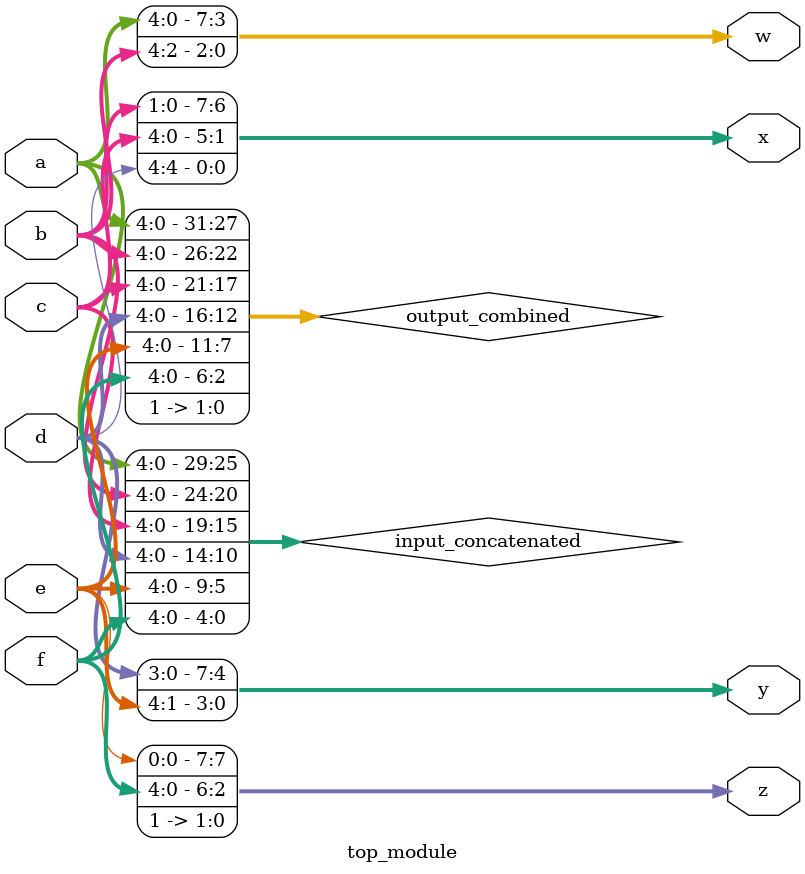
<source format=sv>
module top_module (
	input [4:0] a,
	input [4:0] b,
	input [4:0] c,
	input [4:0] d,
	input [4:0] e,
	input [4:0] f,
	output [7:0] w,
	output [7:0] x,
	output [7:0] y,
	output [7:0] z
);
	// Concatenation of input vectors
	wire [29:0] input_concatenated;
	assign input_concatenated = {a, b, c, d, e, f};

	// Output vectors
	wire [31:0] output_combined;
	assign output_combined = {input_concatenated, 2'b11};

	// Splitting output vectors
	assign {w, x, y, z} = output_combined;

endmodule

</source>
